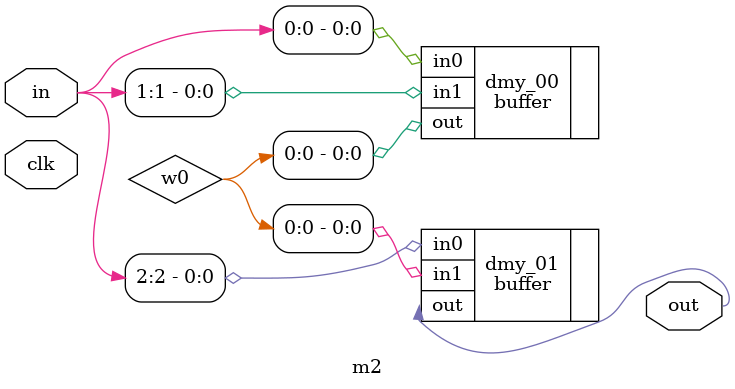
<source format=v>
module top (
clk,
in0,
in1,
out0,
out1,
out2
);

input clk;
input [1:0] in0;
input in1;
output out0;
output [7:0] out1;
output out2;

wire [7:0] w0;
wire w1;
m2 i2 (.clk(), .in({in0[1],in1,in0[0]}), .out(out2) );
endmodule

module m2(
clk,out,in
);

input clk;
input [2:0] in;
output out;
wire [2:0] w0;

buffer dmy_00 (.in0(in[0]), .in1(in[1]), .out(w0[0]));
buffer dmy_01 (.in0(in[2]), .in1(w0[0]), .out(out));


endmodule

</source>
